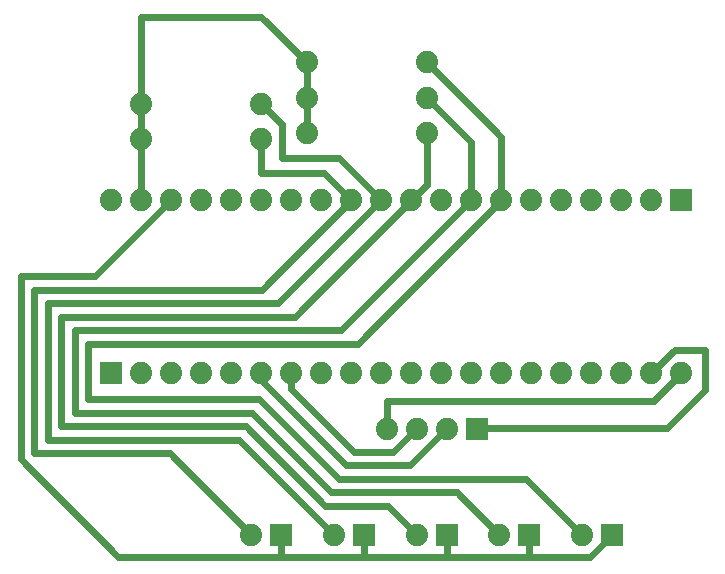
<source format=gtl>
G04 Layer: TopLayer*
G04 EasyEDA v6.5.22, 2024-05-03 18:12:45*
G04 Gerber Generator version 0.2*
G04 Scale: 100 percent, Rotated: No, Reflected: No *
G04 Dimensions in millimeters *
G04 leading zeros omitted , absolute positions ,4 integer and 5 decimal *
%FSLAX45Y45*%
%MOMM*%

%ADD10C,0.6000*%
%ADD11R,1.8800X1.8800*%
%ADD12C,1.8800*%

%LPD*%
D10*
X2118868Y-1199895D02*
G01*
X2118868Y-965200D01*
X4380738Y-965200D01*
X4612893Y-733044D01*
X1057910Y1549907D02*
G01*
X1231900Y1376171D01*
X1231900Y1092200D01*
X1713737Y1092200D01*
X2072893Y733044D01*
X294894Y733044D02*
G01*
X-349250Y88900D01*
X-977900Y88900D01*
X-977900Y-1460500D01*
X-152400Y-2286000D01*
X3840988Y-2286000D01*
X4026915Y-2100071D01*
X1310894Y-733044D02*
G01*
X1310894Y-866394D01*
X1841500Y-1397000D01*
X2175763Y-1397000D01*
X2372868Y-1199895D01*
X1056894Y-733044D02*
G01*
X1056894Y-790194D01*
X1778000Y-1511300D01*
X2315718Y-1511300D01*
X2626868Y-1199895D01*
X3772915Y-2100071D02*
G01*
X3298697Y-1625600D01*
X1714500Y-1625600D01*
X1041400Y-952500D01*
X-406400Y-952500D01*
X-406400Y-482600D01*
X1873504Y-482600D01*
X3088893Y733044D01*
X2834893Y733044D02*
G01*
X1733550Y-368300D01*
X-520700Y-368300D01*
X-520700Y-1066800D01*
X977900Y-1066800D01*
X1651000Y-1739900D01*
X2712720Y-1739900D01*
X3072891Y-2100071D01*
X2326893Y733044D02*
G01*
X1339850Y-254000D01*
X-635000Y-254000D01*
X-635000Y-1181100D01*
X927100Y-1181100D01*
X1600200Y-1854200D01*
X2126995Y-1854200D01*
X2372868Y-2100071D01*
X2072893Y733044D02*
G01*
X1200150Y-139700D01*
X-749300Y-139700D01*
X-749300Y-1295400D01*
X868426Y-1295400D01*
X1673097Y-2100071D01*
X1818894Y733044D02*
G01*
X1060450Y-25400D01*
X-863600Y-25400D01*
X-863600Y-1409700D01*
X282702Y-1409700D01*
X973073Y-2100071D01*
X1441996Y1899996D02*
G01*
X1441996Y1299997D01*
X40894Y733044D02*
G01*
X40894Y2286000D01*
X1055878Y2286000D01*
X1441957Y1899920D01*
X1057998Y1249997D02*
G01*
X1057998Y965200D01*
X1586793Y965200D01*
X1818995Y732998D01*
X2457996Y1299997D02*
G01*
X2457996Y863998D01*
X2326995Y732998D01*
X2457996Y1599996D02*
G01*
X2834995Y1222997D01*
X2834995Y732998D01*
X2457996Y1899996D02*
G01*
X3088995Y1268996D01*
X3088995Y732998D01*
X2880868Y-1199895D02*
G01*
X4489704Y-1199895D01*
X4813300Y-876300D01*
X4813300Y-533400D01*
X4558538Y-533400D01*
X4358893Y-733044D01*
X3326891Y-2100071D02*
G01*
X3327908Y-2273300D01*
X2626868Y-2100071D02*
G01*
X2626868Y-2273300D01*
X1927097Y-2100071D02*
G01*
X1927097Y-2273300D01*
X1227073Y-2100071D02*
G01*
X1226057Y-2273300D01*
D11*
G01*
X2880995Y-1199997D03*
D12*
G01*
X2626995Y-1199997D03*
G01*
X2372995Y-1199997D03*
G01*
X2118995Y-1199997D03*
D11*
G01*
X4026992Y-2099995D03*
D12*
G01*
X3772992Y-2099995D03*
D11*
G01*
X3326993Y-2099995D03*
D12*
G01*
X3072993Y-2099995D03*
D11*
G01*
X2626995Y-2099995D03*
D12*
G01*
X2372995Y-2099995D03*
D11*
G01*
X1926996Y-2099995D03*
D12*
G01*
X1672996Y-2099995D03*
D11*
G01*
X1226997Y-2099995D03*
D12*
G01*
X972997Y-2099995D03*
G01*
X4612995Y-732993D03*
G01*
X4358995Y-732993D03*
G01*
X4104995Y-732993D03*
G01*
X3850995Y-732993D03*
G01*
X3596995Y-732993D03*
G01*
X3342995Y-732993D03*
G01*
X3088995Y-732993D03*
G01*
X2834995Y-732993D03*
G01*
X2580995Y-732993D03*
G01*
X2326995Y-732993D03*
G01*
X2072995Y-732993D03*
G01*
X1818995Y-732993D03*
G01*
X1564995Y-732993D03*
G01*
X1310995Y-732993D03*
G01*
X1056995Y-732993D03*
G01*
X802995Y-732993D03*
G01*
X548995Y-732993D03*
G01*
X294995Y-732993D03*
G01*
X40995Y-732993D03*
D11*
G01*
X-213004Y-732993D03*
D12*
G01*
X-213004Y732993D03*
G01*
X40995Y732993D03*
G01*
X294995Y732993D03*
G01*
X548995Y732993D03*
G01*
X802995Y732993D03*
G01*
X1056995Y732993D03*
G01*
X1310995Y732993D03*
G01*
X1564995Y732993D03*
G01*
X1818995Y732993D03*
G01*
X2072995Y732993D03*
G01*
X2326995Y732993D03*
G01*
X2580995Y732993D03*
G01*
X2834995Y732993D03*
G01*
X3088995Y732993D03*
G01*
X3342995Y732993D03*
G01*
X3596995Y732993D03*
G01*
X3850995Y732993D03*
G01*
X4104995Y732993D03*
G01*
X4358995Y732993D03*
D11*
G01*
X4612995Y732993D03*
D12*
G01*
X42011Y1549984D03*
G01*
X1058011Y1549984D03*
G01*
X1442008Y1299997D03*
G01*
X2458008Y1299997D03*
G01*
X1442008Y1599996D03*
G01*
X2458008Y1599996D03*
G01*
X1442008Y1899996D03*
G01*
X2458008Y1899996D03*
G01*
X42011Y1249984D03*
G01*
X1058011Y1249984D03*
M02*

</source>
